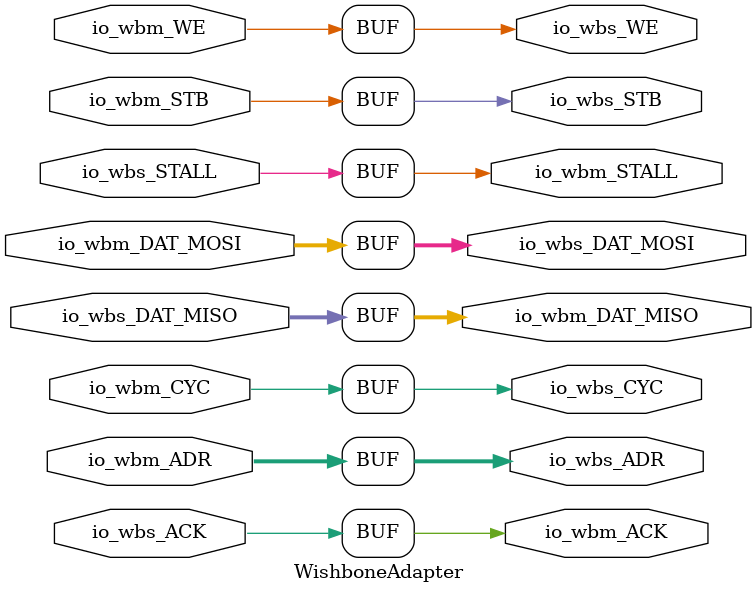
<source format=v>



module WishboneSimpleBusAdapted (
  input               io_busIN_CYC,
  input               io_busIN_STB,
  output              io_busIN_ACK,
  input               io_busIN_WE,
  input      [7:0]    io_busIN_ADR,
  output     [7:0]    io_busIN_DAT_MISO,
  input      [7:0]    io_busIN_DAT_MOSI,
  output              io_busIN_STALL,
  output              io_busOUT_CYC,
  output              io_busOUT_STB,
  input               io_busOUT_ACK,
  output              io_busOUT_WE,
  output     [7:0]    io_busOUT_ADR,
  input      [7:0]    io_busOUT_DAT_MISO,
  output     [7:0]    io_busOUT_DAT_MOSI,
  input               io_busOUT_STALL,
  input               clk,
  input               reset
);
  wire       [7:0]    io_busIN_adapter_io_wbm_DAT_MISO;
  wire                io_busIN_adapter_io_wbm_ACK;
  wire                io_busIN_adapter_io_wbm_STALL;
  wire       [7:0]    io_busIN_adapter_io_wbs_DAT_MOSI;
  wire       [7:0]    io_busIN_adapter_io_wbs_ADR;
  wire                io_busIN_adapter_io_wbs_CYC;
  wire                io_busIN_adapter_io_wbs_STB;
  wire                io_busIN_adapter_io_wbs_WE;
  reg                 ff;

  WishboneAdapter io_busIN_adapter (
    .io_wbm_CYC         (io_busIN_CYC                           ), //i
    .io_wbm_STB         (io_busIN_STB                           ), //i
    .io_wbm_ACK         (io_busIN_adapter_io_wbm_ACK            ), //o
    .io_wbm_WE          (io_busIN_WE                            ), //i
    .io_wbm_ADR         (io_busIN_ADR[7:0]                      ), //i
    .io_wbm_DAT_MISO    (io_busIN_adapter_io_wbm_DAT_MISO[7:0]  ), //o
    .io_wbm_DAT_MOSI    (io_busIN_DAT_MOSI[7:0]                 ), //i
    .io_wbm_STALL       (io_busIN_adapter_io_wbm_STALL          ), //o
    .io_wbs_CYC         (io_busIN_adapter_io_wbs_CYC            ), //o
    .io_wbs_STB         (io_busIN_adapter_io_wbs_STB            ), //o
    .io_wbs_ACK         (io_busOUT_ACK                          ), //i
    .io_wbs_WE          (io_busIN_adapter_io_wbs_WE             ), //o
    .io_wbs_ADR         (io_busIN_adapter_io_wbs_ADR[7:0]       ), //o
    .io_wbs_DAT_MISO    (io_busOUT_DAT_MISO[7:0]                ), //i
    .io_wbs_DAT_MOSI    (io_busIN_adapter_io_wbs_DAT_MOSI[7:0]  ), //o
    .io_wbs_STALL       (io_busOUT_STALL                        )  //i
  );
  assign io_busIN_ACK = io_busIN_adapter_io_wbm_ACK;
  assign io_busIN_DAT_MISO = io_busIN_adapter_io_wbm_DAT_MISO;
  assign io_busIN_STALL = io_busIN_adapter_io_wbm_STALL;
  assign io_busOUT_CYC = io_busIN_adapter_io_wbs_CYC;
  assign io_busOUT_STB = io_busIN_adapter_io_wbs_STB;
  assign io_busOUT_WE = io_busIN_adapter_io_wbs_WE;
  assign io_busOUT_ADR = io_busIN_adapter_io_wbs_ADR;
  assign io_busOUT_DAT_MOSI = io_busIN_adapter_io_wbs_DAT_MOSI;

endmodule

module WishboneAdapter (
  input               io_wbm_CYC,
  input               io_wbm_STB,
  output              io_wbm_ACK,
  input               io_wbm_WE,
  input      [7:0]    io_wbm_ADR,
  output     [7:0]    io_wbm_DAT_MISO,
  input      [7:0]    io_wbm_DAT_MOSI,
  output              io_wbm_STALL,
  output              io_wbs_CYC,
  output              io_wbs_STB,
  input               io_wbs_ACK,
  output              io_wbs_WE,
  output     [7:0]    io_wbs_ADR,
  input      [7:0]    io_wbs_DAT_MISO,
  output     [7:0]    io_wbs_DAT_MOSI,
  input               io_wbs_STALL
);

  assign io_wbs_CYC = io_wbm_CYC;
  assign io_wbs_STB = io_wbm_STB;
  assign io_wbs_WE = io_wbm_WE;
  assign io_wbm_ACK = io_wbs_ACK;
  assign io_wbs_ADR = io_wbm_ADR;
  assign io_wbs_DAT_MOSI = io_wbm_DAT_MOSI;
  assign io_wbm_DAT_MISO = io_wbs_DAT_MISO;
  assign io_wbm_STALL = io_wbs_STALL;

endmodule

</source>
